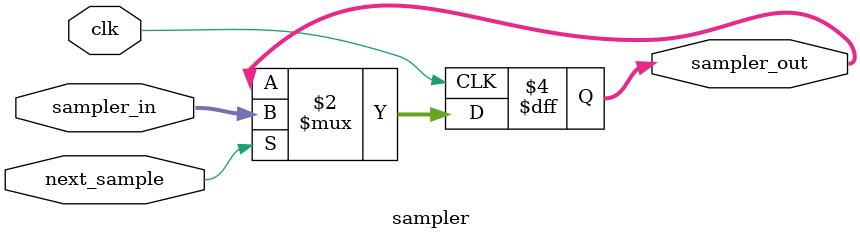
<source format=v>
module sampler(
    input clk,
    input next_sample,
    input [9:0] sampler_in,
    output reg [9:0] sampler_out
);
    always @(posedge clk)
        if (next_sample)
            sampler_out <= sampler_in;
endmodule

</source>
